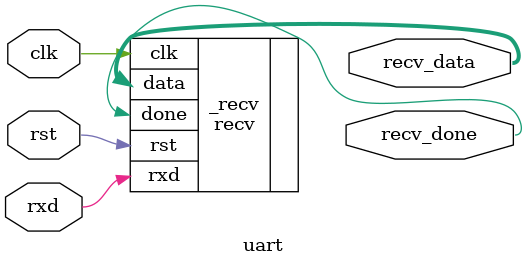
<source format=v>
`timescale 1ns / 1ps


module uart(
    input        clk,
    input        rst,
    //input        send_en,
    input        rxd,
    //input  [7:0] send_data,
    //output       txd,
    output       recv_done,
    output [7:0] recv_data
    );

    parameter CLK_FREQ = 100000000;
    parameter BPS      = 9600;

   

 
    recv _recv(
        .clk  (clk),
        .rst  (rst),
        .rxd  (rxd),
        .done (recv_done),
        .data (recv_data)
    );

    /*uart_send _send(
        .sys_clk  (clk),
        .sys_rst_n  (rst),
        .uart_en   (send_en),
        .uart_din (send_data),
        .uart_txd  (txd)
    );*/


endmodule

</source>
